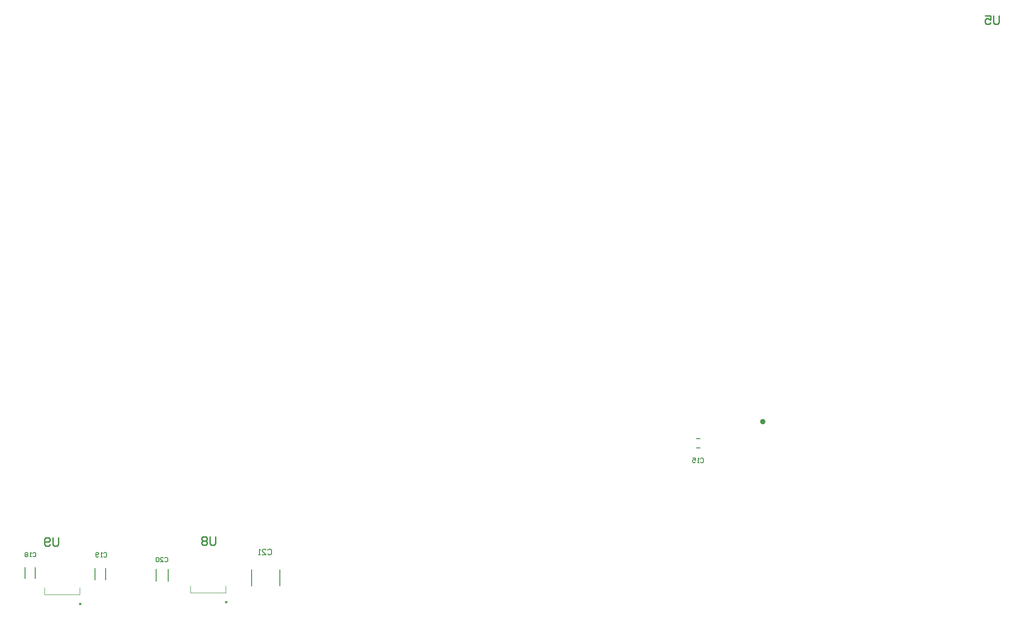
<source format=gbr>
%TF.GenerationSoftware,Altium Limited,Altium Designer,25.8.1 (18)*%
G04 Layer_Color=32896*
%FSLAX45Y45*%
%MOMM*%
%TF.SameCoordinates,56FEC790-4A4F-4F9A-8951-50DBF4044865*%
%TF.FilePolarity,Positive*%
%TF.FileFunction,Legend,Bot*%
%TF.Part,Single*%
G01*
G75*
%TA.AperFunction,NonConductor*%
%ADD40C,0.25400*%
%ADD58C,0.25000*%
%ADD60C,0.10000*%
%ADD61C,0.20000*%
%ADD63C,0.15000*%
%ADD64C,0.50000*%
D40*
X4023338Y4213811D02*
Y4086852D01*
X3997946Y4061460D01*
X3947162D01*
X3921770Y4086852D01*
Y4213811D01*
X3870987Y4086852D02*
X3845595Y4061460D01*
X3794812D01*
X3769420Y4086852D01*
Y4188419D01*
X3794812Y4213811D01*
X3845595D01*
X3870987Y4188419D01*
Y4163027D01*
X3845595Y4137635D01*
X3769420D01*
X6896959Y4228675D02*
Y4101716D01*
X6871567Y4076325D01*
X6820783D01*
X6795392Y4101716D01*
Y4228675D01*
X6744608Y4203283D02*
X6719216Y4228675D01*
X6668433D01*
X6643041Y4203283D01*
Y4177892D01*
X6668433Y4152500D01*
X6643041Y4127108D01*
Y4101716D01*
X6668433Y4076325D01*
X6719216D01*
X6744608Y4101716D01*
Y4127108D01*
X6719216Y4152500D01*
X6744608Y4177892D01*
Y4203283D01*
X6719216Y4152500D02*
X6668433D01*
X21216620Y13766751D02*
Y13639792D01*
X21191228Y13614400D01*
X21140445D01*
X21115053Y13639792D01*
Y13766751D01*
X20962701D02*
X21064268D01*
Y13690575D01*
X21013486Y13715967D01*
X20988094D01*
X20962701Y13690575D01*
Y13639792D01*
X20988094Y13614400D01*
X21038876D01*
X21064268Y13639792D01*
D58*
X4437037Y3001300D02*
G03*
X4437037Y3001300I-12500J0D01*
G01*
X7104037Y3033000D02*
G03*
X7104037Y3033000I-12500J0D01*
G01*
D60*
X3774037Y3171300D02*
Y3301300D01*
Y3171300D02*
X4414037D01*
Y3301300D01*
X7081037Y3203000D02*
Y3333000D01*
X6441037Y3203000D02*
X7081037D01*
X6441037D02*
Y3333000D01*
D61*
X5815337Y3420600D02*
Y3640600D01*
X6030337Y3420600D02*
Y3640600D01*
X7555137Y3334800D02*
Y3624800D01*
X8075137Y3334800D02*
Y3624800D01*
X3605147Y3464010D02*
Y3673390D01*
X3414527Y3464010D02*
Y3673390D01*
X15682500Y6027500D02*
X15752499D01*
X15682500Y5857500D02*
X15752499D01*
X4887847Y3446010D02*
Y3655390D01*
X4697227Y3446010D02*
Y3655390D01*
X7852484Y3985823D02*
X7869145Y4002484D01*
X7902468D01*
X7919129Y3985823D01*
Y3919178D01*
X7902468Y3902516D01*
X7869145D01*
X7852484Y3919178D01*
X7752516Y3902516D02*
X7819161D01*
X7752516Y3969161D01*
Y3985823D01*
X7769177Y4002484D01*
X7802500D01*
X7819161Y3985823D01*
X7719193Y3902516D02*
X7685871D01*
X7702532D01*
Y4002484D01*
X7719193Y3985823D01*
D63*
X5968316Y3836658D02*
X5981645Y3849987D01*
X6008303D01*
X6021632Y3836658D01*
Y3783342D01*
X6008303Y3770013D01*
X5981645D01*
X5968316Y3783342D01*
X5888342Y3770013D02*
X5941658D01*
X5888342Y3823329D01*
Y3836658D01*
X5901671Y3849987D01*
X5928329D01*
X5941658Y3836658D01*
X5861684D02*
X5848355Y3849987D01*
X5821697D01*
X5808368Y3836658D01*
Y3783342D01*
X5821697Y3770013D01*
X5848355D01*
X5861684Y3783342D01*
Y3836658D01*
X4853964Y3927445D02*
X4867293Y3940774D01*
X4893951D01*
X4907280Y3927445D01*
Y3874129D01*
X4893951Y3860800D01*
X4867293D01*
X4853964Y3874129D01*
X4827306Y3860800D02*
X4800648D01*
X4813977D01*
Y3940774D01*
X4827306Y3927445D01*
X4760661Y3874129D02*
X4747331Y3860800D01*
X4720673D01*
X4707344Y3874129D01*
Y3927445D01*
X4720673Y3940774D01*
X4747331D01*
X4760661Y3927445D01*
Y3914116D01*
X4747331Y3900787D01*
X4707344D01*
X3561652Y3929158D02*
X3574981Y3942487D01*
X3601639D01*
X3614968Y3929158D01*
Y3875842D01*
X3601639Y3862513D01*
X3574981D01*
X3561652Y3875842D01*
X3534994Y3862513D02*
X3508336D01*
X3521665D01*
Y3942487D01*
X3534994Y3929158D01*
X3468348D02*
X3455019Y3942487D01*
X3428361D01*
X3415032Y3929158D01*
Y3915829D01*
X3428361Y3902500D01*
X3415032Y3889171D01*
Y3875842D01*
X3428361Y3862513D01*
X3455019D01*
X3468348Y3875842D01*
Y3889171D01*
X3455019Y3902500D01*
X3468348Y3915829D01*
Y3929158D01*
X3455019Y3902500D02*
X3428361D01*
X15759152Y5654158D02*
X15772481Y5667487D01*
X15799139D01*
X15812468Y5654158D01*
Y5600842D01*
X15799139Y5587513D01*
X15772481D01*
X15759152Y5600842D01*
X15732494Y5587513D02*
X15705835D01*
X15719164D01*
Y5667487D01*
X15732494Y5654158D01*
X15612532Y5667487D02*
X15665848D01*
Y5627500D01*
X15639191Y5640829D01*
X15625861D01*
X15612532Y5627500D01*
Y5600842D01*
X15625861Y5587513D01*
X15652519D01*
X15665848Y5600842D01*
D64*
X16921899Y6335800D02*
G03*
X16921899Y6335800I-25000J0D01*
G01*
%TF.MD5,c29907feb11cf0d3a917deb59f0d25c4*%
M02*

</source>
